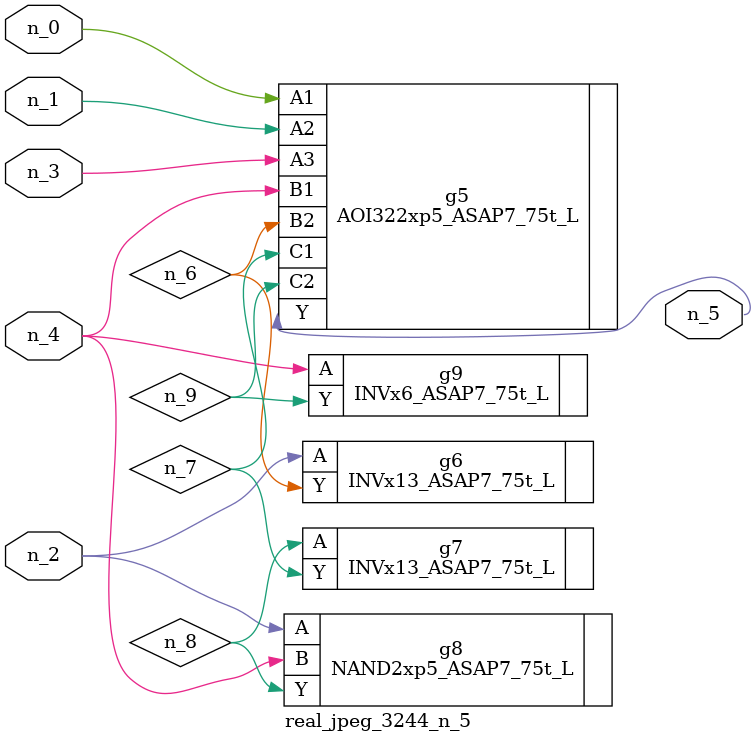
<source format=v>
module real_jpeg_3244_n_5 (n_4, n_0, n_1, n_2, n_3, n_5);

input n_4;
input n_0;
input n_1;
input n_2;
input n_3;

output n_5;

wire n_8;
wire n_6;
wire n_7;
wire n_9;

AOI322xp5_ASAP7_75t_L g5 ( 
.A1(n_0),
.A2(n_1),
.A3(n_3),
.B1(n_4),
.B2(n_6),
.C1(n_7),
.C2(n_9),
.Y(n_5)
);

INVx13_ASAP7_75t_L g6 ( 
.A(n_2),
.Y(n_6)
);

NAND2xp5_ASAP7_75t_L g8 ( 
.A(n_2),
.B(n_4),
.Y(n_8)
);

INVx6_ASAP7_75t_L g9 ( 
.A(n_4),
.Y(n_9)
);

INVx13_ASAP7_75t_L g7 ( 
.A(n_8),
.Y(n_7)
);


endmodule
</source>
